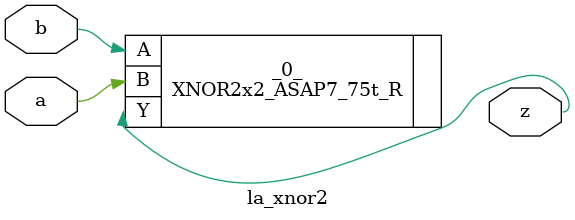
<source format=v>

/* Generated by Yosys 0.37 (git sha1 a5c7f69ed, clang 14.0.0-1ubuntu1.1 -fPIC -Os) */

module la_xnor2(a, b, z);
  input a;
  wire a;
  input b;
  wire b;
  output z;
  wire z;
  XNOR2x2_ASAP7_75t_R _0_ (
    .A(b),
    .B(a),
    .Y(z)
  );
endmodule

</source>
